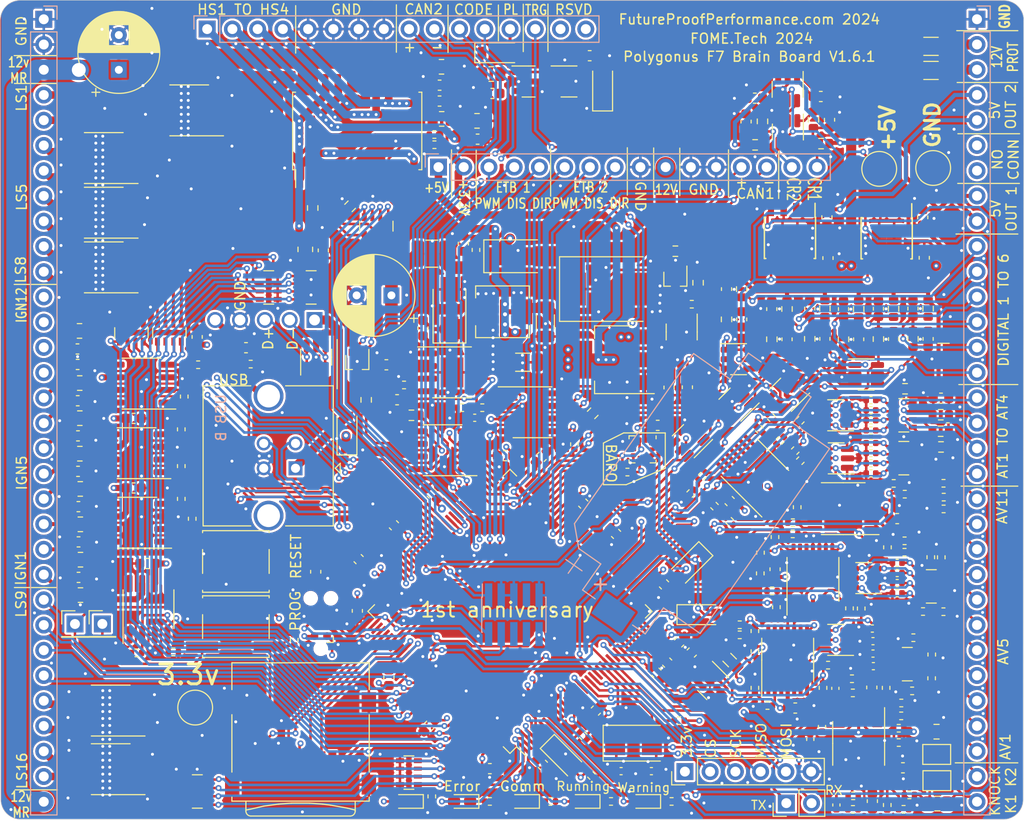
<source format=kicad_pcb>
(kicad_pcb (version 20221018) (generator pcbnew)

  (general
    (thickness 1.6)
  )

  (paper "A4")
  (layers
    (0 "F.Cu" signal)
    (1 "In1.Cu" power)
    (2 "In2.Cu" power)
    (31 "B.Cu" signal)
    (32 "B.Adhes" user "B.Adhesive")
    (33 "F.Adhes" user "F.Adhesive")
    (34 "B.Paste" user)
    (35 "F.Paste" user)
    (36 "B.SilkS" user "B.Silkscreen")
    (37 "F.SilkS" user "F.Silkscreen")
    (38 "B.Mask" user)
    (39 "F.Mask" user)
    (40 "Dwgs.User" user "User.Drawings")
    (41 "Cmts.User" user "User.Comments")
    (42 "Eco1.User" user "User.Eco1")
    (43 "Eco2.User" user "User.Eco2")
    (44 "Edge.Cuts" user)
    (45 "Margin" user)
    (46 "B.CrtYd" user "B.Courtyard")
    (47 "F.CrtYd" user "F.Courtyard")
    (48 "B.Fab" user)
    (49 "F.Fab" user)
  )

  (setup
    (pad_to_mask_clearance 0.048)
    (solder_mask_min_width 0.1)
    (pcbplotparams
      (layerselection 0x00010fc_ffffffff)
      (plot_on_all_layers_selection 0x0001000_00000000)
      (disableapertmacros false)
      (usegerberextensions false)
      (usegerberattributes false)
      (usegerberadvancedattributes true)
      (creategerberjobfile false)
      (dashed_line_dash_ratio 12.000000)
      (dashed_line_gap_ratio 3.000000)
      (svgprecision 6)
      (plotframeref false)
      (viasonmask false)
      (mode 1)
      (useauxorigin true)
      (hpglpennumber 1)
      (hpglpenspeed 20)
      (hpglpendiameter 15.000000)
      (dxfpolygonmode true)
      (dxfimperialunits true)
      (dxfusepcbnewfont true)
      (psnegative false)
      (psa4output false)
      (plotreference true)
      (plotvalue true)
      (plotinvisibletext false)
      (sketchpadsonfab false)
      (subtractmaskfromsilk false)
      (outputformat 1)
      (mirror false)
      (drillshape 0)
      (scaleselection 1)
      (outputdirectory "export/v1.0/gerb/")
    )
  )

  (net 0 "")
  (net 1 "GND")
  (net 2 "+5V")
  (net 3 "+3V3")
  (net 4 "/mcu/AV4")
  (net 5 "/mcu/AV3")
  (net 6 "/mcu/AV1")
  (net 7 "/mcu/AV2")
  (net 8 "/mcu/AV8")
  (net 9 "/mcu/AV7")
  (net 10 "/mcu/AV5")
  (net 11 "/mcu/AV6")
  (net 12 "/mcu/AV11")
  (net 13 "/mcu/AV9")
  (net 14 "/mcu/AV10")
  (net 15 "/5V_SENSOR_1")
  (net 16 "/5V_SENSOR_2")
  (net 17 "/mcu/nRESET")
  (net 18 "/mcu/SWDIO")
  (net 19 "/mcu/SWCLK")
  (net 20 "/mcu/5V_SENSOR_1_PG")
  (net 21 "/mcu/5V_SENSOR_2_PG")
  (net 22 "/mcu/AT2")
  (net 23 "/mcu/AT1")
  (net 24 "/mcu/AT3")
  (net 25 "/mcu/AT4")
  (net 26 "Net-(BT1-+)")
  (net 27 "Net-(U3-EN)")
  (net 28 "Net-(C17-Pad1)")
  (net 29 "Net-(C18-Pad2)")
  (net 30 "Net-(C19-Pad2)")
  (net 31 "Net-(C20-Pad1)")
  (net 32 "Net-(C21-Pad1)")
  (net 33 "Net-(U3-SS)")
  (net 34 "Net-(U3-BOOT)")
  (net 35 "Net-(D3-K)")
  (net 36 "Net-(U3-FB)")
  (net 37 "Net-(U7B-+)")
  (net 38 "Net-(U7C-+)")
  (net 39 "Net-(U12-IO2)")
  (net 40 "Net-(U12-IO3)")
  (net 41 "Net-(U12-IO4)")
  (net 42 "Net-(U11-IO1)")
  (net 43 "Net-(U12-IO1)")
  (net 44 "Net-(U11-IO2)")
  (net 45 "Net-(U13-IO3)")
  (net 46 "/mcu/12V_DIVIDED")
  (net 47 "Net-(U13-IO1)")
  (net 48 "Net-(RN1-R1.2)")
  (net 49 "Net-(RN1-R2.2)")
  (net 50 "Net-(RN1-R3.2)")
  (net 51 "/ETB2_DIR")
  (net 52 "/ETB2_DIS")
  (net 53 "/12V_RAW")
  (net 54 "Net-(RN1-R4.2)")
  (net 55 "Net-(RN2-R1.2)")
  (net 56 "Net-(RN2-R2.2)")
  (net 57 "Net-(RN2-R3.2)")
  (net 58 "Net-(RN2-R4.2)")
  (net 59 "Net-(RN3-R1.2)")
  (net 60 "Net-(RN3-R2.2)")
  (net 61 "/lowside_quad1/IN1")
  (net 62 "/lowside_quad1/IN3")
  (net 63 "/lowside_quad1/IN2")
  (net 64 "/lowside_quad1/IN4")
  (net 65 "/lowside_quad2/IN1")
  (net 66 "/lowside_quad2/IN3")
  (net 67 "/lowside_quad2/IN2")
  (net 68 "/lowside_quad2/IN4")
  (net 69 "/ETB1_DIR")
  (net 70 "/ETB1_DIS")
  (net 71 "Net-(RN3-R3.2)")
  (net 72 "Net-(RN3-R4.2)")
  (net 73 "/lowside_quad4/IN4")
  (net 74 "/lowside_quad4/IN2")
  (net 75 "/lowside_quad4/IN3")
  (net 76 "/lowside_quad4/IN1")
  (net 77 "Net-(RN4-R1.2)")
  (net 78 "/highside_quad/IN1")
  (net 79 "/highside_quad/IN3")
  (net 80 "/highside_quad/IN2")
  (net 81 "/mcu/CAN_RX")
  (net 82 "/mcu/CAN_TX")
  (net 83 "/highside_quad/IN4")
  (net 84 "/ign1/IN4")
  (net 85 "/AV4")
  (net 86 "/AV3")
  (net 87 "/AV1")
  (net 88 "/AV2")
  (net 89 "/AV8")
  (net 90 "/AV6")
  (net 91 "/AV7")
  (net 92 "/AV5")
  (net 93 "/AV10")
  (net 94 "/AV11")
  (net 95 "/AV9")
  (net 96 "/AT4")
  (net 97 "/AT2")
  (net 98 "/AT3")
  (net 99 "/AT1")
  (net 100 "/HS4")
  (net 101 "/HS2")
  (net 102 "/HS3")
  (net 103 "/HS1")
  (net 104 "/LS1")
  (net 105 "/LS2")
  (net 106 "/LS3")
  (net 107 "/LS4")
  (net 108 "/LS5")
  (net 109 "/LS6")
  (net 110 "/LS7")
  (net 111 "/LS8")
  (net 112 "/LS9")
  (net 113 "/LS10")
  (net 114 "/LS11")
  (net 115 "/LS12")
  (net 116 "/LS13")
  (net 117 "/LS14")
  (net 118 "/LS15")
  (net 119 "/LS16")
  (net 120 "/CAN+")
  (net 121 "/CAN-")
  (net 122 "Net-(RN4-R2.2)")
  (net 123 "Net-(RN4-R3.2)")
  (net 124 "Net-(RN4-R4.2)")
  (net 125 "Net-(U23-OUT)")
  (net 126 "Net-(U26-PH0)")
  (net 127 "Net-(U26-PH1)")
  (net 128 "Net-(U26-VCAP_1)")
  (net 129 "Net-(U26-VCAP_2)")
  (net 130 "/ign1/IN3")
  (net 131 "/ign1/IN1")
  (net 132 "/ign1/IN2")
  (net 133 "/ign2/IN2")
  (net 134 "/IGN1")
  (net 135 "/IGN2")
  (net 136 "/IGN3")
  (net 137 "/IGN4")
  (net 138 "/IGN5")
  (net 139 "/IGN6")
  (net 140 "/IGN7")
  (net 141 "/IGN8")
  (net 142 "/IGN9")
  (net 143 "/IGN10")
  (net 144 "/IGN11")
  (net 145 "/IGN12")
  (net 146 "/mcu/DIGITAL6")
  (net 147 "/mcu/DIGITAL5")
  (net 148 "/mcu/DIGITAL4")
  (net 149 "/mcu/DIGITAL3")
  (net 150 "/mcu/DIGITAL2")
  (net 151 "/mcu/DIGITAL1")
  (net 152 "/DIGITAL_5")
  (net 153 "/DIGITAL_6")
  (net 154 "/DIGITAL_1")
  (net 155 "/DIGITAL_2")
  (net 156 "/DIGITAL_3")
  (net 157 "/DIGITAL_4")
  (net 158 "/ign2/IN1")
  (net 159 "/ign2/IN3")
  (net 160 "/ign2/IN4")
  (net 161 "Net-(D7-K)")
  (net 162 "/VR1+")
  (net 163 "/VR2+")
  (net 164 "Net-(IC1-I{slash}O_1)")
  (net 165 "Net-(D17-A)")
  (net 166 "Net-(D9-K)")
  (net 167 "Net-(D10-K)")
  (net 168 "Net-(D11-K)")
  (net 169 "Net-(D12-K)")
  (net 170 "Net-(D13-K)")
  (net 171 "Net-(D14-A)")
  (net 172 "/USB_D+")
  (net 173 "/USB_D-")
  (net 174 "/USB_SHIELD")
  (net 175 "/12V_PROT")
  (net 176 "/mcu/LED1")
  (net 177 "unconnected-(D15-IO2-Pad3)")
  (net 178 "/mcu/LED2")
  (net 179 "unconnected-(D15-IO3-Pad4)")
  (net 180 "/mcu/LED3")
  (net 181 "unconnected-(D15-IO4-Pad6)")
  (net 182 "/mcu/LED4")
  (net 183 "Net-(D16-K)")
  (net 184 "/mcu/BOOT0")
  (net 185 "Net-(J5-Pin_3)")
  (net 186 "Net-(J5-Pin_2)")
  (net 187 "unconnected-(IC1-I{slash}O_2-Pad2)")
  (net 188 "Net-(C4-Pad1)")
  (net 189 "unconnected-(J5-Pin_6-Pad6)")
  (net 190 "unconnected-(J5-Pin_7-Pad7)")
  (net 191 "unconnected-(J8-Pin_6-Pad6)")
  (net 192 "unconnected-(J8-Pin_7-Pad7)")
  (net 193 "unconnected-(J8-Pin_8-Pad8)")
  (net 194 "unconnected-(J9-Pin_6-Pad6)")
  (net 195 "unconnected-(J10-DAT2-Pad1)")
  (net 196 "Net-(R15-Pad1)")
  (net 197 "Net-(R16-Pad1)")
  (net 198 "unconnected-(J10-DAT1-Pad8)")
  (net 199 "Net-(U3-RT)")
  (net 200 "Net-(C16-Pad1)")
  (net 201 "Net-(U4-Rs)")
  (net 202 "Net-(U5-Rs)")
  (net 203 "Net-(U7A--)")
  (net 204 "Net-(U7D--)")
  (net 205 "Net-(U15A--)")
  (net 206 "Net-(U15B--)")
  (net 207 "Net-(U15C--)")
  (net 208 "Net-(U15D--)")
  (net 209 "Net-(U17A--)")
  (net 210 "Net-(U17B--)")
  (net 211 "Net-(U17C--)")
  (net 212 "Net-(U17D--)")
  (net 213 "Net-(U19A--)")
  (net 214 "Net-(U19B--)")
  (net 215 "Net-(U19C--)")
  (net 216 "Net-(U19D--)")
  (net 217 "Net-(U21A--)")
  (net 218 "Net-(U21B--)")
  (net 219 "/knock/FILTERED_1")
  (net 220 "Net-(U21C--)")
  (net 221 "/knock/FILTERED_2")
  (net 222 "Net-(U21D--)")
  (net 223 "Net-(U40-ST1{slash}2)")
  (net 224 "Net-(U40-ST3{slash}4)")
  (net 225 "/KNOCK_1")
  (net 226 "/KNOCK_2")
  (net 227 "Net-(U40-GND1{slash}2)")
  (net 228 "/mcu/VDDA")
  (net 229 "Net-(U40-GND3{slash}4)")
  (net 230 "/quad_analog3/OUT4")
  (net 231 "/quad_analog3/IN4")
  (net 232 "Net-(U42-OUT_A)")
  (net 233 "Net-(U42-OUT_B)")
  (net 234 "Net-(U43-OUT_A)")
  (net 235 "Net-(U43-OUT_B)")
  (net 236 "Net-(U44-OUT_A)")
  (net 237 "Net-(U44-OUT_B)")
  (net 238 "Net-(U45-OUT_A)")
  (net 239 "Net-(U45-OUT_B)")
  (net 240 "Net-(RN6-R4.2)")
  (net 241 "Net-(RN6-R3.2)")
  (net 242 "Net-(RN6-R2.2)")
  (net 243 "/ETB2_PWM")
  (net 244 "/ETB1_PWM")
  (net 245 "Net-(RN6-R1.2)")
  (net 246 "Net-(RN8-R4.2)")
  (net 247 "Net-(RN8-R3.2)")
  (net 248 "Net-(RN8-R2.2)")
  (net 249 "Net-(RN8-R1.2)")
  (net 250 "Net-(RN10-R4.2)")
  (net 251 "Net-(RN10-R3.2)")
  (net 252 "Net-(RN10-R2.2)")
  (net 253 "/knock/V_mid")
  (net 254 "/mcu/AUX_SPI_MOSI")
  (net 255 "/mcu/AUX_SPI_MISO")
  (net 256 "/mcu/AUX_SPI_SCK")
  (net 257 "/mcu/AUX_SPI_CS")
  (net 258 "/mcu/SD_MOSI")
  (net 259 "/mcu/SD_MISO")
  (net 260 "/mcu/SD_SCK")
  (net 261 "/mcu/SD_CS")
  (net 262 "unconnected-(U1-Pad2)")
  (net 263 "unconnected-(U1-Pad6)")
  (net 264 "unconnected-(U2-Pad2)")
  (net 265 "unconnected-(U2-Pad6)")
  (net 266 "Net-(RN10-R1.2)")
  (net 267 "Net-(RN11-R4.2)")
  (net 268 "Net-(RN11-R3.2)")
  (net 269 "/RC1")
  (net 270 "/RC2")
  (net 271 "Net-(RN11-R2.2)")
  (net 272 "Net-(RN11-R1.2)")
  (net 273 "unconnected-(U24-INT_DRDY-Pad7)")
  (net 274 "/mcu/UART_RX")
  (net 275 "/mcu/UART_TX")
  (net 276 "/mcu/CAN2_RX")
  (net 277 "/mcu/CAN2_TX")
  (net 278 "/CAN2+")
  (net 279 "/CAN2-")
  (net 280 "/mcu/BARO_SDA")
  (net 281 "/mcu/BARO_SCL")
  (net 282 "/12V_MR")
  (net 283 "/Keep_Alive/Keep_Alive")
  (net 284 "unconnected-(U26-PC13-Pad7)")
  (net 285 "unconnected-(U26-PF2-Pad12)")
  (net 286 "unconnected-(U26-PF3-Pad13)")
  (net 287 "/Trig_Scope")
  (net 288 "/mcu/VR_2")
  (net 289 "/mcu/VR_1")
  (net 290 "unconnected-(U26-PF11-Pad49)")
  (net 291 "unconnected-(U26-PF12-Pad50)")
  (net 292 "unconnected-(U26-PF13-Pad53)")
  (net 293 "/Perm_Live")
  (net 294 "unconnected-(U26-PF14-Pad54)")
  (net 295 "unconnected-(U26-PF15-Pad55)")
  (net 296 "unconnected-(U26-PG0-Pad56)")
  (net 297 "unconnected-(U26-PG1-Pad57)")
  (net 298 "unconnected-(U26-PE9-Pad60)")
  (net 299 "unconnected-(U26-PE10-Pad63)")
  (net 300 "unconnected-(U26-PB14-Pad75)")
  (net 301 "unconnected-(U26-PB15-Pad76)")
  (net 302 "unconnected-(U26-PA10-Pad102)")
  (net 303 "unconnected-(U26-PA15-Pad110)")
  (net 304 "unconnected-(U26-PG15-Pad132)")
  (net 305 "unconnected-(U26-PB3-Pad133)")
  (net 306 "unconnected-(U41-BP-Pad4)")
  (net 307 "unconnected-(U42-NC-Pad1)")
  (net 308 "unconnected-(U42-NC-Pad8)")
  (net 309 "unconnected-(U43-NC-Pad1)")
  (net 310 "unconnected-(U43-NC-Pad8)")
  (net 311 "unconnected-(U44-NC-Pad1)")
  (net 312 "unconnected-(U44-NC-Pad8)")
  (net 313 "unconnected-(U45-NC-Pad1)")
  (net 314 "unconnected-(U45-NC-Pad8)")
  (net 315 "unconnected-(U1001-STATUS1-Pad2)")
  (net 316 "unconnected-(U1001-STATUS2-Pad4)")
  (net 317 "unconnected-(U1002-STATUS1-Pad2)")
  (net 318 "unconnected-(U1002-STATUS2-Pad4)")
  (net 319 "unconnected-(U1101-STATUS1-Pad2)")
  (net 320 "unconnected-(U1101-STATUS2-Pad4)")
  (net 321 "unconnected-(U1102-STATUS1-Pad2)")
  (net 322 "unconnected-(U1102-STATUS2-Pad4)")
  (net 323 "unconnected-(U1201-STATUS1-Pad2)")
  (net 324 "unconnected-(U1201-STATUS2-Pad4)")
  (net 325 "unconnected-(U1202-STATUS1-Pad2)")
  (net 326 "unconnected-(U1202-STATUS2-Pad4)")
  (net 327 "unconnected-(J7-Pin_15-Pad15)")
  (net 328 "unconnected-(J7-Pin_16-Pad16)")

  (footprint "Capacitor_SMD:C_0603_1608Metric" (layer "F.Cu") (at 140.279326 81.364052 90))

  (footprint "Resistor_SMD:R_0402_1005Metric" (layer "F.Cu") (at 151.916975 106.610683))

  (footprint "Resistor_SMD:R_0402_1005Metric" (layer "F.Cu") (at 151.928194 105.421414))

  (footprint "Resistor_SMD:R_0402_1005Metric" (layer "F.Cu") (at 151.905755 104.030194))

  (footprint "Resistor_SMD:R_0402_1005Metric" (layer "F.Cu") (at 116.4775 133.4425 135))

  (footprint "Package_SO:TSSOP-14_4.4x5mm_P0.65mm" (layer "F.Cu") (at 138.766 113.694 90))

  (footprint "Package_SO:TSSOP-14_4.4x5mm_P0.65mm" (layer "F.Cu") (at 141.814 106.582 180))

  (footprint "Package_SO:Infineon_PG-DSO-8-43" (layer "F.Cu") (at 146.185671 79.370877 -90))

  (footprint "Package_SO:Infineon_PG-DSO-8-43" (layer "F.Cu") (at 136.454142 79.333011 -90))

  (footprint "Capacitor_SMD:C_0603_1608Metric" (layer "F.Cu") (at 149.815912 77.264231 -90))

  (footprint "Capacitor_SMD:C_0603_1608Metric" (layer "F.Cu") (at 149.970368 81.337502 90))

  (footprint "Capacitor_SMD:C_0603_1608Metric" (layer "F.Cu") (at 140.172736 77.247402 -90))

  (footprint "Resistor_SMD:R_0402_1005Metric" (layer "F.Cu") (at 115.652 129.442 -45))

  (footprint "Capacitor_SMD:C_0603_1608Metric" (layer "F.Cu") (at 136.988 126.648))

  (footprint "Capacitor_SMD:C_0603_1608Metric" (layer "F.Cu") (at 134.956 112.678 90))

  (footprint "Capacitor_SMD:C_0603_1608Metric" (layer "F.Cu") (at 147.245266 107.582392))

  (footprint "Capacitor_SMD:C_0603_1608Metric" (layer "F.Cu") (at 111.461 101.375 45))

  (footprint "Capacitor_SMD:C_0402_1005Metric" (layer "F.Cu") (at 119.462 132.998))

  (footprint "Capacitor_SMD:C_0603_1608Metric" (layer "F.Cu") (at 107.778 101.248))

  (footprint "Capacitor_SMD:C_0603_1608Metric" (layer "F.Cu") (at 123.018 123.092 135))

  (footprint "Capacitor_SMD:C_0603_1608Metric" (layer "F.Cu") (at 123.78 114.202 135))

  (footprint "Capacitor_SMD:C_0603_1608Metric" (layer "F.Cu") (at 100.412 105.058 -45))

  (footprint "Capacitor_SMD:C_0603_1608Metric" (layer "F.Cu") (at 125.304 120.044 45))

  (footprint "Capacitor_SMD:C_0603_1608Metric" (layer "F.Cu") (at 126.574 121.06 45))

  (footprint "Capacitor_SMD:C_0603_1608Metric" (layer "F.Cu") (at 130.384 105.82 135))

  (footprint "Inductor_SMD:L_0805_2012Metric" (layer "F.Cu") (at 130.384 121.822 135))

  (footprint "Resistor_SMD:R_0402_1005Metric" (layer "F.Cu") (at 147.988315 109.819465))

  (footprint "Resistor_SMD:R_0402_1005Metric" (layer "F.Cu") (at 125.304 127.918))

  (footprint "Resistor_SMD:R_0603_1608Metric" (layer "F.Cu") (at 151.654537 100.370684 180))

  (footprint "Resistor_SMD:R_0603_1608Metric" (layer "F.Cu") (at 151.620878 98.788732 180))

  (footprint "Resistor_SMD:R_0603_1608Metric" (layer "F.Cu") (at 151.632098 97.128243 180))

  (footprint "Resistor_SMD:R_0603_1608Metric" (layer "F.Cu") (at 148.037 94.517 180))

  (footprint "Resistor_SMD:R_Array_Convex_4x0603" (layer "F.Cu") (at 148.263074 122.230926 180))

  (footprint "Resistor_SMD:R_Array_Convex_4x0603" (layer "F.Cu") (at 150.677709 114.405074 180))

  (footprint "Resistor_SMD:R_Array_Convex_4x0603" (layer "F.Cu") (at 147.91 101.502 180))

  (footprint "Resistor_SMD:R_Array_Convex_4x0603" (layer "F.Cu") (at 147.91 97.184 180))

  (footprint "Package_SO:TSSOP-14_4.4x5mm_P0.65mm" (layer "F.Cu") (at 132.924 103.026 135))

  (footprint "Capacitor_SMD:C_0603_1608Metric" (layer "F.Cu") (at 81.713462 90.384858))

  (footprint "Resistor_SMD:R_0402_1005Metric" (layer "F.Cu") (at 82.18673 92.033125))

  (footprint "Capacitor_SMD:C_0603_1608Metric" (layer "F.Cu") (at 89.494413 80.590297 -90))

  (footprint "Capacitor_SMD:C_0603_1608Metric" (layer "F.Cu") (at 105.022164 69.398713))

  (footprint "Resistor_SMD:R_Array_Convex_4x0603" (layer "F.Cu") (at 94.826175 78.153732 -90))

  (footprint "Capacitor_SMD:C_0603_1608Metric" (layer "F.Cu") (at 126.130133 94.361905 -90))

  (footprint "Resistor_SMD:R_0402_1005Metric" (layer "F.Cu") (at 126.574 86.008 180))

  (footprint "Package_SO:TSSOP-14_4.4x5mm_P0.65mm" (layer "F.Cu") (at 136.226 121.822 90))

  (footprint "Capacitor_SMD:C_0603_1608Metric" (layer "F.Cu") (at 96.602 108.2584 -45))

  (footprint "Capacitor_SMD:C_0603_1608Metric" (layer "F.Cu") (at 118.954 109.122 135))

  (footprint "Capacitor_SMD:C_0603_1608Metric" (layer "F.Cu")
    (tstamp 00000000-0000-0000-0000-00005d762aab)
    (at 96.094 123.6 -90)
    (descr "Capacitor SMD 0603 (1608 Metric), square (rectangular) end terminal, IPC_7351 nominal, (Body size source: IPC-SM-782 page 76, https://www.pcb-3d.com/wordpress/wp-content/uploads/ipc-sm-782a_amendment_1_and_2.pdf), generated with kicad-footprint-generator")
    (tags "capacitor")
    (property "LCSC" "C14663")
    (property "LCSC_ext" "0")
    (property "PN" "")
    (property "Sheetfile" "mcu.kicad_sch")
    (property "Sheetname" "mcu")
    (property "ki_description" "Unpolarized capacitor")
    (property "ki_keywords" "cap capacitor")
    (path "/00000000-0000-0000-0000-00005d99e6ee/00000000-0000-0000-0000-00005d7cb9c5")
    (attr smd)
    (fp_text reference "C69" (at 0 -1.43 90) (layer "F.SilkS") hide
        (effects (font (size 1 1) (thickness 0.15)))
      (tstamp 8c41a4f5-c092-4740-b79c-8a24814780e0)
    )
    (fp_text value "100n" (at 0 1.43 90) (layer "F.Fab") hide
        (effects (font (size 1 1) (thickness 0.15)))
      (tstamp 1643b068-3e29-4453-8be9-4294d53fb09d)
    )
    (fp_text user "${REFERENCE}" (at 0 0 90) (layer "F.Fab") hide
        (effects (font (size 0.4 0.4) (thickness 0.06)))
      (tstamp fb1b85bc-2f4e-4cdc-bb2c-2cc4c9634d2a)
    )
    (fp_line (start -0.14058 -0.51) (end 0.14058 -0.51)
      (stroke (width 0.12) (type solid)) (layer "F.SilkS") (tstamp 45923ebe-f5d2-40d6-92a4-0a05bb7e40b8))
    (fp_line (start -0.14058 0.51) (end 0.14058 0.51)
      (stroke (width 0.12) (type solid)) (layer "F.SilkS") (tstamp c101f2a4-2461-406c-a62c-d2edc64abbf6))
    (fp_line (start -1.48 -0.73) (end 1.48 -0.73)
      (stroke (width 0.05) (type solid)) (layer "F.CrtYd") (tstamp 8f1c2c2a-2d5a-4a1f-bdcd-bc2f773246a1))
    (fp_line (start -1.48 0.73) (end -1.48 -0.73)
      (stroke (width 0.05) (type solid)) (layer "F.CrtYd") (tstamp 67080464-d356-4697-8a8c-630ca76b1114))
    (fp_line (start 1.48 -0.73) (end 1.48 0.73)
      (stroke (width 0.05) (type solid)) (layer "F.CrtYd") (tstamp 94ff05a2-1eba-44c6-a62d-d36370063694))
    (fp_line (start 1.48 0.73) (end -1.48 0.73)
      (stroke (width 0.05) (type solid)) (layer "F.CrtYd") (tstamp 4d9ab881-b8fa-4880-a0ae-2adfb2ab5af5))
    (fp
... [5888268 chars truncated]
</source>
